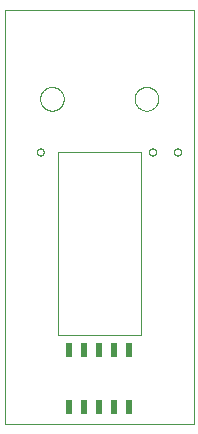
<source format=gtp>
G75*
%MOIN*%
%OFA0B0*%
%FSLAX25Y25*%
%IPPOS*%
%LPD*%
%AMOC8*
5,1,8,0,0,1.08239X$1,22.5*
%
%ADD10C,0.00000*%
%ADD11R,0.02000X0.05000*%
D10*
X0001000Y0001000D02*
X0001000Y0138795D01*
X0063992Y0138795D01*
X0063992Y0001000D01*
X0001000Y0001000D01*
X0018717Y0030528D02*
X0018717Y0091551D01*
X0046276Y0091551D01*
X0046276Y0030528D01*
X0018717Y0030528D01*
X0011630Y0091551D02*
X0011632Y0091620D01*
X0011638Y0091688D01*
X0011648Y0091756D01*
X0011662Y0091823D01*
X0011680Y0091890D01*
X0011701Y0091955D01*
X0011727Y0092019D01*
X0011756Y0092081D01*
X0011788Y0092141D01*
X0011824Y0092200D01*
X0011864Y0092256D01*
X0011906Y0092310D01*
X0011952Y0092361D01*
X0012001Y0092410D01*
X0012052Y0092456D01*
X0012106Y0092498D01*
X0012162Y0092538D01*
X0012220Y0092574D01*
X0012281Y0092606D01*
X0012343Y0092635D01*
X0012407Y0092661D01*
X0012472Y0092682D01*
X0012539Y0092700D01*
X0012606Y0092714D01*
X0012674Y0092724D01*
X0012742Y0092730D01*
X0012811Y0092732D01*
X0012880Y0092730D01*
X0012948Y0092724D01*
X0013016Y0092714D01*
X0013083Y0092700D01*
X0013150Y0092682D01*
X0013215Y0092661D01*
X0013279Y0092635D01*
X0013341Y0092606D01*
X0013401Y0092574D01*
X0013460Y0092538D01*
X0013516Y0092498D01*
X0013570Y0092456D01*
X0013621Y0092410D01*
X0013670Y0092361D01*
X0013716Y0092310D01*
X0013758Y0092256D01*
X0013798Y0092200D01*
X0013834Y0092141D01*
X0013866Y0092081D01*
X0013895Y0092019D01*
X0013921Y0091955D01*
X0013942Y0091890D01*
X0013960Y0091823D01*
X0013974Y0091756D01*
X0013984Y0091688D01*
X0013990Y0091620D01*
X0013992Y0091551D01*
X0013990Y0091482D01*
X0013984Y0091414D01*
X0013974Y0091346D01*
X0013960Y0091279D01*
X0013942Y0091212D01*
X0013921Y0091147D01*
X0013895Y0091083D01*
X0013866Y0091021D01*
X0013834Y0090960D01*
X0013798Y0090902D01*
X0013758Y0090846D01*
X0013716Y0090792D01*
X0013670Y0090741D01*
X0013621Y0090692D01*
X0013570Y0090646D01*
X0013516Y0090604D01*
X0013460Y0090564D01*
X0013402Y0090528D01*
X0013341Y0090496D01*
X0013279Y0090467D01*
X0013215Y0090441D01*
X0013150Y0090420D01*
X0013083Y0090402D01*
X0013016Y0090388D01*
X0012948Y0090378D01*
X0012880Y0090372D01*
X0012811Y0090370D01*
X0012742Y0090372D01*
X0012674Y0090378D01*
X0012606Y0090388D01*
X0012539Y0090402D01*
X0012472Y0090420D01*
X0012407Y0090441D01*
X0012343Y0090467D01*
X0012281Y0090496D01*
X0012220Y0090528D01*
X0012162Y0090564D01*
X0012106Y0090604D01*
X0012052Y0090646D01*
X0012001Y0090692D01*
X0011952Y0090741D01*
X0011906Y0090792D01*
X0011864Y0090846D01*
X0011824Y0090902D01*
X0011788Y0090960D01*
X0011756Y0091021D01*
X0011727Y0091083D01*
X0011701Y0091147D01*
X0011680Y0091212D01*
X0011662Y0091279D01*
X0011648Y0091346D01*
X0011638Y0091414D01*
X0011632Y0091482D01*
X0011630Y0091551D01*
X0012811Y0109268D02*
X0012813Y0109393D01*
X0012819Y0109518D01*
X0012829Y0109642D01*
X0012843Y0109766D01*
X0012860Y0109890D01*
X0012882Y0110013D01*
X0012908Y0110135D01*
X0012937Y0110257D01*
X0012970Y0110377D01*
X0013008Y0110496D01*
X0013048Y0110615D01*
X0013093Y0110731D01*
X0013141Y0110846D01*
X0013193Y0110960D01*
X0013249Y0111072D01*
X0013308Y0111182D01*
X0013370Y0111290D01*
X0013436Y0111397D01*
X0013505Y0111501D01*
X0013578Y0111602D01*
X0013653Y0111702D01*
X0013732Y0111799D01*
X0013814Y0111893D01*
X0013899Y0111985D01*
X0013986Y0112074D01*
X0014077Y0112160D01*
X0014170Y0112243D01*
X0014266Y0112324D01*
X0014364Y0112401D01*
X0014464Y0112475D01*
X0014567Y0112546D01*
X0014672Y0112613D01*
X0014780Y0112678D01*
X0014889Y0112738D01*
X0015000Y0112796D01*
X0015113Y0112849D01*
X0015227Y0112899D01*
X0015343Y0112946D01*
X0015460Y0112988D01*
X0015579Y0113027D01*
X0015699Y0113063D01*
X0015820Y0113094D01*
X0015942Y0113122D01*
X0016064Y0113145D01*
X0016188Y0113165D01*
X0016312Y0113181D01*
X0016436Y0113193D01*
X0016561Y0113201D01*
X0016686Y0113205D01*
X0016810Y0113205D01*
X0016935Y0113201D01*
X0017060Y0113193D01*
X0017184Y0113181D01*
X0017308Y0113165D01*
X0017432Y0113145D01*
X0017554Y0113122D01*
X0017676Y0113094D01*
X0017797Y0113063D01*
X0017917Y0113027D01*
X0018036Y0112988D01*
X0018153Y0112946D01*
X0018269Y0112899D01*
X0018383Y0112849D01*
X0018496Y0112796D01*
X0018607Y0112738D01*
X0018717Y0112678D01*
X0018824Y0112613D01*
X0018929Y0112546D01*
X0019032Y0112475D01*
X0019132Y0112401D01*
X0019230Y0112324D01*
X0019326Y0112243D01*
X0019419Y0112160D01*
X0019510Y0112074D01*
X0019597Y0111985D01*
X0019682Y0111893D01*
X0019764Y0111799D01*
X0019843Y0111702D01*
X0019918Y0111602D01*
X0019991Y0111501D01*
X0020060Y0111397D01*
X0020126Y0111290D01*
X0020188Y0111182D01*
X0020247Y0111072D01*
X0020303Y0110960D01*
X0020355Y0110846D01*
X0020403Y0110731D01*
X0020448Y0110615D01*
X0020488Y0110496D01*
X0020526Y0110377D01*
X0020559Y0110257D01*
X0020588Y0110135D01*
X0020614Y0110013D01*
X0020636Y0109890D01*
X0020653Y0109766D01*
X0020667Y0109642D01*
X0020677Y0109518D01*
X0020683Y0109393D01*
X0020685Y0109268D01*
X0020683Y0109143D01*
X0020677Y0109018D01*
X0020667Y0108894D01*
X0020653Y0108770D01*
X0020636Y0108646D01*
X0020614Y0108523D01*
X0020588Y0108401D01*
X0020559Y0108279D01*
X0020526Y0108159D01*
X0020488Y0108040D01*
X0020448Y0107921D01*
X0020403Y0107805D01*
X0020355Y0107690D01*
X0020303Y0107576D01*
X0020247Y0107464D01*
X0020188Y0107354D01*
X0020126Y0107246D01*
X0020060Y0107139D01*
X0019991Y0107035D01*
X0019918Y0106934D01*
X0019843Y0106834D01*
X0019764Y0106737D01*
X0019682Y0106643D01*
X0019597Y0106551D01*
X0019510Y0106462D01*
X0019419Y0106376D01*
X0019326Y0106293D01*
X0019230Y0106212D01*
X0019132Y0106135D01*
X0019032Y0106061D01*
X0018929Y0105990D01*
X0018824Y0105923D01*
X0018716Y0105858D01*
X0018607Y0105798D01*
X0018496Y0105740D01*
X0018383Y0105687D01*
X0018269Y0105637D01*
X0018153Y0105590D01*
X0018036Y0105548D01*
X0017917Y0105509D01*
X0017797Y0105473D01*
X0017676Y0105442D01*
X0017554Y0105414D01*
X0017432Y0105391D01*
X0017308Y0105371D01*
X0017184Y0105355D01*
X0017060Y0105343D01*
X0016935Y0105335D01*
X0016810Y0105331D01*
X0016686Y0105331D01*
X0016561Y0105335D01*
X0016436Y0105343D01*
X0016312Y0105355D01*
X0016188Y0105371D01*
X0016064Y0105391D01*
X0015942Y0105414D01*
X0015820Y0105442D01*
X0015699Y0105473D01*
X0015579Y0105509D01*
X0015460Y0105548D01*
X0015343Y0105590D01*
X0015227Y0105637D01*
X0015113Y0105687D01*
X0015000Y0105740D01*
X0014889Y0105798D01*
X0014779Y0105858D01*
X0014672Y0105923D01*
X0014567Y0105990D01*
X0014464Y0106061D01*
X0014364Y0106135D01*
X0014266Y0106212D01*
X0014170Y0106293D01*
X0014077Y0106376D01*
X0013986Y0106462D01*
X0013899Y0106551D01*
X0013814Y0106643D01*
X0013732Y0106737D01*
X0013653Y0106834D01*
X0013578Y0106934D01*
X0013505Y0107035D01*
X0013436Y0107139D01*
X0013370Y0107246D01*
X0013308Y0107354D01*
X0013249Y0107464D01*
X0013193Y0107576D01*
X0013141Y0107690D01*
X0013093Y0107805D01*
X0013048Y0107921D01*
X0013008Y0108040D01*
X0012970Y0108159D01*
X0012937Y0108279D01*
X0012908Y0108401D01*
X0012882Y0108523D01*
X0012860Y0108646D01*
X0012843Y0108770D01*
X0012829Y0108894D01*
X0012819Y0109018D01*
X0012813Y0109143D01*
X0012811Y0109268D01*
X0044307Y0109268D02*
X0044309Y0109393D01*
X0044315Y0109518D01*
X0044325Y0109642D01*
X0044339Y0109766D01*
X0044356Y0109890D01*
X0044378Y0110013D01*
X0044404Y0110135D01*
X0044433Y0110257D01*
X0044466Y0110377D01*
X0044504Y0110496D01*
X0044544Y0110615D01*
X0044589Y0110731D01*
X0044637Y0110846D01*
X0044689Y0110960D01*
X0044745Y0111072D01*
X0044804Y0111182D01*
X0044866Y0111290D01*
X0044932Y0111397D01*
X0045001Y0111501D01*
X0045074Y0111602D01*
X0045149Y0111702D01*
X0045228Y0111799D01*
X0045310Y0111893D01*
X0045395Y0111985D01*
X0045482Y0112074D01*
X0045573Y0112160D01*
X0045666Y0112243D01*
X0045762Y0112324D01*
X0045860Y0112401D01*
X0045960Y0112475D01*
X0046063Y0112546D01*
X0046168Y0112613D01*
X0046276Y0112678D01*
X0046385Y0112738D01*
X0046496Y0112796D01*
X0046609Y0112849D01*
X0046723Y0112899D01*
X0046839Y0112946D01*
X0046956Y0112988D01*
X0047075Y0113027D01*
X0047195Y0113063D01*
X0047316Y0113094D01*
X0047438Y0113122D01*
X0047560Y0113145D01*
X0047684Y0113165D01*
X0047808Y0113181D01*
X0047932Y0113193D01*
X0048057Y0113201D01*
X0048182Y0113205D01*
X0048306Y0113205D01*
X0048431Y0113201D01*
X0048556Y0113193D01*
X0048680Y0113181D01*
X0048804Y0113165D01*
X0048928Y0113145D01*
X0049050Y0113122D01*
X0049172Y0113094D01*
X0049293Y0113063D01*
X0049413Y0113027D01*
X0049532Y0112988D01*
X0049649Y0112946D01*
X0049765Y0112899D01*
X0049879Y0112849D01*
X0049992Y0112796D01*
X0050103Y0112738D01*
X0050213Y0112678D01*
X0050320Y0112613D01*
X0050425Y0112546D01*
X0050528Y0112475D01*
X0050628Y0112401D01*
X0050726Y0112324D01*
X0050822Y0112243D01*
X0050915Y0112160D01*
X0051006Y0112074D01*
X0051093Y0111985D01*
X0051178Y0111893D01*
X0051260Y0111799D01*
X0051339Y0111702D01*
X0051414Y0111602D01*
X0051487Y0111501D01*
X0051556Y0111397D01*
X0051622Y0111290D01*
X0051684Y0111182D01*
X0051743Y0111072D01*
X0051799Y0110960D01*
X0051851Y0110846D01*
X0051899Y0110731D01*
X0051944Y0110615D01*
X0051984Y0110496D01*
X0052022Y0110377D01*
X0052055Y0110257D01*
X0052084Y0110135D01*
X0052110Y0110013D01*
X0052132Y0109890D01*
X0052149Y0109766D01*
X0052163Y0109642D01*
X0052173Y0109518D01*
X0052179Y0109393D01*
X0052181Y0109268D01*
X0052179Y0109143D01*
X0052173Y0109018D01*
X0052163Y0108894D01*
X0052149Y0108770D01*
X0052132Y0108646D01*
X0052110Y0108523D01*
X0052084Y0108401D01*
X0052055Y0108279D01*
X0052022Y0108159D01*
X0051984Y0108040D01*
X0051944Y0107921D01*
X0051899Y0107805D01*
X0051851Y0107690D01*
X0051799Y0107576D01*
X0051743Y0107464D01*
X0051684Y0107354D01*
X0051622Y0107246D01*
X0051556Y0107139D01*
X0051487Y0107035D01*
X0051414Y0106934D01*
X0051339Y0106834D01*
X0051260Y0106737D01*
X0051178Y0106643D01*
X0051093Y0106551D01*
X0051006Y0106462D01*
X0050915Y0106376D01*
X0050822Y0106293D01*
X0050726Y0106212D01*
X0050628Y0106135D01*
X0050528Y0106061D01*
X0050425Y0105990D01*
X0050320Y0105923D01*
X0050212Y0105858D01*
X0050103Y0105798D01*
X0049992Y0105740D01*
X0049879Y0105687D01*
X0049765Y0105637D01*
X0049649Y0105590D01*
X0049532Y0105548D01*
X0049413Y0105509D01*
X0049293Y0105473D01*
X0049172Y0105442D01*
X0049050Y0105414D01*
X0048928Y0105391D01*
X0048804Y0105371D01*
X0048680Y0105355D01*
X0048556Y0105343D01*
X0048431Y0105335D01*
X0048306Y0105331D01*
X0048182Y0105331D01*
X0048057Y0105335D01*
X0047932Y0105343D01*
X0047808Y0105355D01*
X0047684Y0105371D01*
X0047560Y0105391D01*
X0047438Y0105414D01*
X0047316Y0105442D01*
X0047195Y0105473D01*
X0047075Y0105509D01*
X0046956Y0105548D01*
X0046839Y0105590D01*
X0046723Y0105637D01*
X0046609Y0105687D01*
X0046496Y0105740D01*
X0046385Y0105798D01*
X0046275Y0105858D01*
X0046168Y0105923D01*
X0046063Y0105990D01*
X0045960Y0106061D01*
X0045860Y0106135D01*
X0045762Y0106212D01*
X0045666Y0106293D01*
X0045573Y0106376D01*
X0045482Y0106462D01*
X0045395Y0106551D01*
X0045310Y0106643D01*
X0045228Y0106737D01*
X0045149Y0106834D01*
X0045074Y0106934D01*
X0045001Y0107035D01*
X0044932Y0107139D01*
X0044866Y0107246D01*
X0044804Y0107354D01*
X0044745Y0107464D01*
X0044689Y0107576D01*
X0044637Y0107690D01*
X0044589Y0107805D01*
X0044544Y0107921D01*
X0044504Y0108040D01*
X0044466Y0108159D01*
X0044433Y0108279D01*
X0044404Y0108401D01*
X0044378Y0108523D01*
X0044356Y0108646D01*
X0044339Y0108770D01*
X0044325Y0108894D01*
X0044315Y0109018D01*
X0044309Y0109143D01*
X0044307Y0109268D01*
X0049032Y0091551D02*
X0049034Y0091620D01*
X0049040Y0091688D01*
X0049050Y0091756D01*
X0049064Y0091823D01*
X0049082Y0091890D01*
X0049103Y0091955D01*
X0049129Y0092019D01*
X0049158Y0092081D01*
X0049190Y0092141D01*
X0049226Y0092200D01*
X0049266Y0092256D01*
X0049308Y0092310D01*
X0049354Y0092361D01*
X0049403Y0092410D01*
X0049454Y0092456D01*
X0049508Y0092498D01*
X0049564Y0092538D01*
X0049622Y0092574D01*
X0049683Y0092606D01*
X0049745Y0092635D01*
X0049809Y0092661D01*
X0049874Y0092682D01*
X0049941Y0092700D01*
X0050008Y0092714D01*
X0050076Y0092724D01*
X0050144Y0092730D01*
X0050213Y0092732D01*
X0050282Y0092730D01*
X0050350Y0092724D01*
X0050418Y0092714D01*
X0050485Y0092700D01*
X0050552Y0092682D01*
X0050617Y0092661D01*
X0050681Y0092635D01*
X0050743Y0092606D01*
X0050803Y0092574D01*
X0050862Y0092538D01*
X0050918Y0092498D01*
X0050972Y0092456D01*
X0051023Y0092410D01*
X0051072Y0092361D01*
X0051118Y0092310D01*
X0051160Y0092256D01*
X0051200Y0092200D01*
X0051236Y0092141D01*
X0051268Y0092081D01*
X0051297Y0092019D01*
X0051323Y0091955D01*
X0051344Y0091890D01*
X0051362Y0091823D01*
X0051376Y0091756D01*
X0051386Y0091688D01*
X0051392Y0091620D01*
X0051394Y0091551D01*
X0051392Y0091482D01*
X0051386Y0091414D01*
X0051376Y0091346D01*
X0051362Y0091279D01*
X0051344Y0091212D01*
X0051323Y0091147D01*
X0051297Y0091083D01*
X0051268Y0091021D01*
X0051236Y0090960D01*
X0051200Y0090902D01*
X0051160Y0090846D01*
X0051118Y0090792D01*
X0051072Y0090741D01*
X0051023Y0090692D01*
X0050972Y0090646D01*
X0050918Y0090604D01*
X0050862Y0090564D01*
X0050804Y0090528D01*
X0050743Y0090496D01*
X0050681Y0090467D01*
X0050617Y0090441D01*
X0050552Y0090420D01*
X0050485Y0090402D01*
X0050418Y0090388D01*
X0050350Y0090378D01*
X0050282Y0090372D01*
X0050213Y0090370D01*
X0050144Y0090372D01*
X0050076Y0090378D01*
X0050008Y0090388D01*
X0049941Y0090402D01*
X0049874Y0090420D01*
X0049809Y0090441D01*
X0049745Y0090467D01*
X0049683Y0090496D01*
X0049622Y0090528D01*
X0049564Y0090564D01*
X0049508Y0090604D01*
X0049454Y0090646D01*
X0049403Y0090692D01*
X0049354Y0090741D01*
X0049308Y0090792D01*
X0049266Y0090846D01*
X0049226Y0090902D01*
X0049190Y0090960D01*
X0049158Y0091021D01*
X0049129Y0091083D01*
X0049103Y0091147D01*
X0049082Y0091212D01*
X0049064Y0091279D01*
X0049050Y0091346D01*
X0049040Y0091414D01*
X0049034Y0091482D01*
X0049032Y0091551D01*
X0057398Y0091551D02*
X0057400Y0091620D01*
X0057406Y0091688D01*
X0057416Y0091756D01*
X0057430Y0091823D01*
X0057448Y0091890D01*
X0057469Y0091955D01*
X0057495Y0092019D01*
X0057524Y0092081D01*
X0057556Y0092141D01*
X0057592Y0092200D01*
X0057632Y0092256D01*
X0057674Y0092310D01*
X0057720Y0092361D01*
X0057769Y0092410D01*
X0057820Y0092456D01*
X0057874Y0092498D01*
X0057930Y0092538D01*
X0057988Y0092574D01*
X0058049Y0092606D01*
X0058111Y0092635D01*
X0058175Y0092661D01*
X0058240Y0092682D01*
X0058307Y0092700D01*
X0058374Y0092714D01*
X0058442Y0092724D01*
X0058510Y0092730D01*
X0058579Y0092732D01*
X0058648Y0092730D01*
X0058716Y0092724D01*
X0058784Y0092714D01*
X0058851Y0092700D01*
X0058918Y0092682D01*
X0058983Y0092661D01*
X0059047Y0092635D01*
X0059109Y0092606D01*
X0059169Y0092574D01*
X0059228Y0092538D01*
X0059284Y0092498D01*
X0059338Y0092456D01*
X0059389Y0092410D01*
X0059438Y0092361D01*
X0059484Y0092310D01*
X0059526Y0092256D01*
X0059566Y0092200D01*
X0059602Y0092141D01*
X0059634Y0092081D01*
X0059663Y0092019D01*
X0059689Y0091955D01*
X0059710Y0091890D01*
X0059728Y0091823D01*
X0059742Y0091756D01*
X0059752Y0091688D01*
X0059758Y0091620D01*
X0059760Y0091551D01*
X0059758Y0091482D01*
X0059752Y0091414D01*
X0059742Y0091346D01*
X0059728Y0091279D01*
X0059710Y0091212D01*
X0059689Y0091147D01*
X0059663Y0091083D01*
X0059634Y0091021D01*
X0059602Y0090960D01*
X0059566Y0090902D01*
X0059526Y0090846D01*
X0059484Y0090792D01*
X0059438Y0090741D01*
X0059389Y0090692D01*
X0059338Y0090646D01*
X0059284Y0090604D01*
X0059228Y0090564D01*
X0059170Y0090528D01*
X0059109Y0090496D01*
X0059047Y0090467D01*
X0058983Y0090441D01*
X0058918Y0090420D01*
X0058851Y0090402D01*
X0058784Y0090388D01*
X0058716Y0090378D01*
X0058648Y0090372D01*
X0058579Y0090370D01*
X0058510Y0090372D01*
X0058442Y0090378D01*
X0058374Y0090388D01*
X0058307Y0090402D01*
X0058240Y0090420D01*
X0058175Y0090441D01*
X0058111Y0090467D01*
X0058049Y0090496D01*
X0057988Y0090528D01*
X0057930Y0090564D01*
X0057874Y0090604D01*
X0057820Y0090646D01*
X0057769Y0090692D01*
X0057720Y0090741D01*
X0057674Y0090792D01*
X0057632Y0090846D01*
X0057592Y0090902D01*
X0057556Y0090960D01*
X0057524Y0091021D01*
X0057495Y0091083D01*
X0057469Y0091147D01*
X0057448Y0091212D01*
X0057430Y0091279D01*
X0057416Y0091346D01*
X0057406Y0091414D01*
X0057400Y0091482D01*
X0057398Y0091551D01*
D11*
X0042496Y0025500D03*
X0037496Y0025500D03*
X0032496Y0025500D03*
X0027496Y0025500D03*
X0022496Y0025500D03*
X0022496Y0006500D03*
X0027496Y0006500D03*
X0032496Y0006500D03*
X0037496Y0006500D03*
X0042496Y0006500D03*
M02*

</source>
